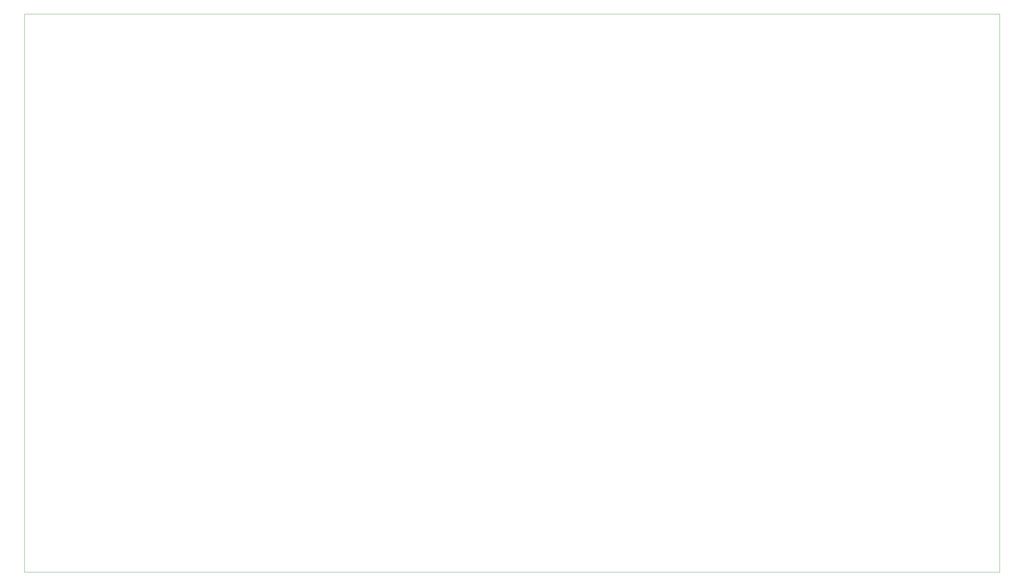
<source format=gbr>
%TF.GenerationSoftware,KiCad,Pcbnew,8.0.8*%
%TF.CreationDate,2025-01-25T18:26:07-08:00*%
%TF.ProjectId,labs_board,6c616273-5f62-46f6-9172-642e6b696361,rev?*%
%TF.SameCoordinates,Original*%
%TF.FileFunction,Profile,NP*%
%FSLAX46Y46*%
G04 Gerber Fmt 4.6, Leading zero omitted, Abs format (unit mm)*
G04 Created by KiCad (PCBNEW 8.0.8) date 2025-01-25 18:26:07*
%MOMM*%
%LPD*%
G01*
G04 APERTURE LIST*
%TA.AperFunction,Profile*%
%ADD10C,0.050000*%
%TD*%
G04 APERTURE END LIST*
D10*
X19400000Y-15000000D02*
X279400000Y-15000000D01*
X279400000Y-164000000D01*
X19400000Y-164000000D01*
X19400000Y-15000000D01*
M02*

</source>
